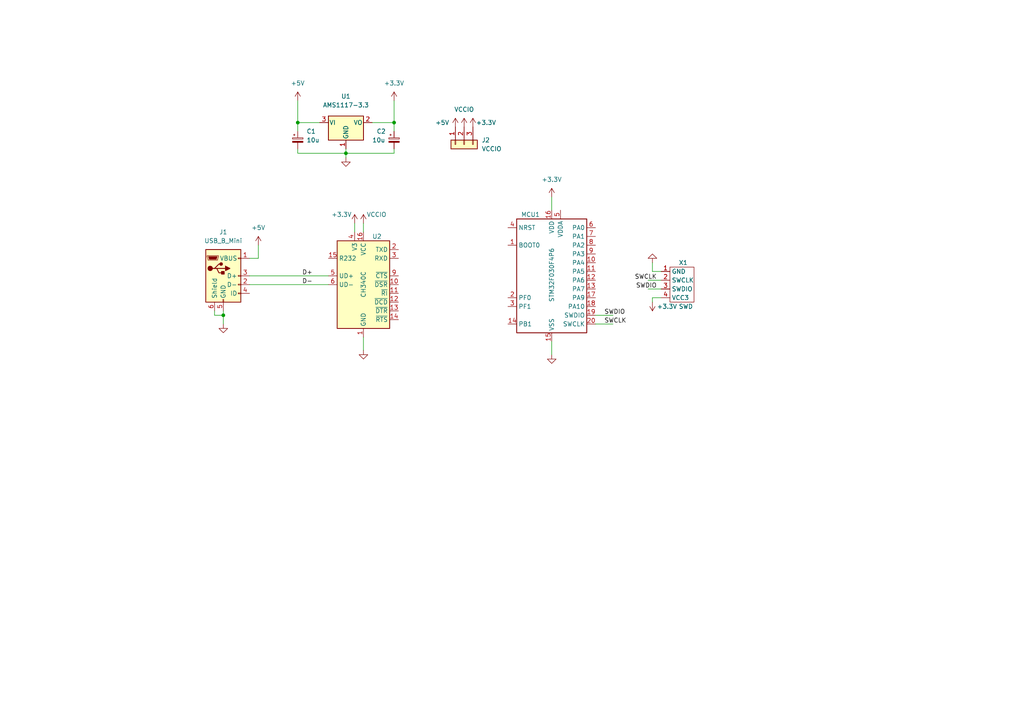
<source format=kicad_sch>
(kicad_sch (version 20211123) (generator eeschema)
  (paper "A4")
  (lib_symbols
    (symbol "Connector_Generic:Conn_01x03" (pin_names (offset 1.016) hide)
      (property "Reference" "J" (at 0 5.08 0))
      (property "Value" "Conn_01x03" (at 0 -5.08 0))
      (symbol "Conn_01x03_1_1"
        (rectangle (start -1.27 -2.413) (end 0 -2.667) (stroke (width 0.1524)))
        (rectangle (start -1.27 0.127) (end 0 -0.127) (stroke (width 0.1524)))
        (rectangle (start -1.27 2.667) (end 0 2.413) (stroke (width 0.1524)))
        (rectangle (start -1.27 3.81) (end 1.27 -3.81) (stroke (width 0.254)) (fill (type background)))
        (pin passive line (at -5.08 2.54 0) (length 3.81) (name "Pin_1") (number "1"))
        (pin passive line (at -5.08 0 0) (length 3.81) (name "Pin_2") (number "2"))
        (pin passive line (at -5.08 -2.54 0) (length 3.81) (name "Pin_3") (number "3"))
      )
    )
    (symbol "Regulator_Linear:AMS1117-3.3" (pin_names (offset 0.254))
      (property "Reference" "U" (at -3.81 3.175 0))
      (property "Value" "AMS1117-3.3" (at 0 3.175 0))
      (symbol "AMS1117-3.3_0_1"
        (rectangle (start -5.08 -5.08) (end 5.08 1.905) (stroke (width 0.254)) (fill (type background)))
      )
      (symbol "AMS1117-3.3_1_1"
        (pin power_in line (at 0 -7.62 90) (length 2.54) (name "GND") (number "1"))
        (pin power_out line (at 7.62 0 180) (length 2.54) (name "VO") (number "2"))
        (pin power_in line (at -7.62 0 0) (length 2.54) (name "VI") (number "3"))
      )
    )
    (symbol "connector:SWD"
      (property "Reference" "X?" (at -1.27 6.35 0))
      (property "Value" "SWD" (at -1.27 -6.35 0))
      (symbol "SWD_0_1"
        (rectangle (start -4.445 5.08) (end 2.54 -5.08))
      )
      (symbol "SWD_1_1"
        (pin power_in line (at 5.08 3.81 180) (length 2.54) (name "GND") (number "1"))
        (pin bidirectional line (at 5.08 1.27 180) (length 2.54) (name "SWCLK") (number "2"))
        (pin input line (at 5.08 -1.27 180) (length 2.54) (name "SWDIO") (number "3"))
        (pin power_in line (at 5.08 -3.81 180) (length 2.54) (name "VCC3") (number "4"))
      )
    )
    (symbol "connector:USB_B_Mini" (pin_names (offset 1.016))
      (property "Reference" "J" (at -5.08 11.43 0))
      (property "Value" "USB_B_Mini" (at -5.08 8.89 0))
      (symbol "USB_B_Mini_0_1"
        (rectangle (start -5.08 -7.62) (end 5.08 7.62) (stroke (width 0.254)) (fill (type background)))
        (circle (center -3.81 2.159) (radius 0.635) (stroke (width 0.254)) (fill (type outline)))
        (circle (center -0.635 3.429) (radius 0.381) (stroke (width 0.254)) (fill (type outline)))
        (rectangle (start -0.127 -7.62) (end 0.127 -6.858))
        (polyline (pts (xy -1.905 2.159) (xy 0.635 2.159)) (stroke (width 0.254)))
        (polyline (pts (xy -3.175 2.159) (xy -2.54 2.159) (xy -1.27 3.429) (xy -0.635 3.429)) (stroke (width 0.254)))
        (polyline (pts (xy -2.54 2.159) (xy -1.905 2.159) (xy -1.27 0.889) (xy 0 0.889)) (stroke (width 0.254)))
        (polyline (pts (xy 0.635 2.794) (xy 0.635 1.524) (xy 1.905 2.159) (xy 0.635 2.794)) (stroke (width 0.254)) (fill (type outline)))
        (polyline (pts (xy -4.318 5.588) (xy -1.778 5.588) (xy -2.032 4.826) (xy -4.064 4.826) (xy -4.318 5.588)) (fill (type outline)))
        (polyline (pts (xy -4.699 5.842) (xy -4.699 5.588) (xy -4.445 4.826) (xy -4.445 4.572) (xy -1.651 4.572) (xy -1.651 4.826) (xy -1.397 5.588) (xy -1.397 5.842) (xy -4.699 5.842)))
        (rectangle (start 0.254 1.27) (end -0.508 0.508) (stroke (width 0.254)) (fill (type outline)))
        (rectangle (start 5.08 -5.207) (end 4.318 -4.953))
        (rectangle (start 5.08 -2.667) (end 4.318 -2.413))
        (rectangle (start 5.08 -0.127) (end 4.318 0.127))
        (rectangle (start 5.08 4.953) (end 4.318 5.207))
      )
      (symbol "USB_B_Mini_1_1"
        (pin power_out line (at 7.62 5.08 180) (length 2.54) (name "VBUS") (number "1"))
        (pin bidirectional line (at 7.62 -2.54 180) (length 2.54) (name "D-") (number "2"))
        (pin bidirectional line (at 7.62 0 180) (length 2.54) (name "D+") (number "3"))
        (pin passive line (at 7.62 -5.08 180) (length 2.54) (name "ID") (number "4"))
        (pin power_out line (at 0 -10.16 90) (length 2.54) (name "GND") (number "5"))
        (pin passive line (at -2.54 -10.16 90) (length 2.54) (name "Shield") (number "6"))
      )
    )
    (symbol "ic:CH340C"
      (property "Reference" "U" (at -5.08 13.97 0))
      (property "Value" "CH340C" (at 1.27 13.97 0))
      (symbol "CH340C_0_1"
        (rectangle (start -7.62 12.7) (end 7.62 -12.7) (stroke (width 0.254)) (fill (type background)))
      )
      (symbol "CH340C_1_1"
        (pin power_in line (at 0 -15.24 90) (length 2.54) (name "GND") (number "1"))
        (pin input line (at 10.16 0 180) (length 2.54) (name "~{DSR}") (number "10"))
        (pin input line (at 10.16 -2.54 180) (length 2.54) (name "~{RI}") (number "11"))
        (pin input line (at 10.16 -5.08 180) (length 2.54) (name "~{DCD}") (number "12"))
        (pin output line (at 10.16 -7.62 180) (length 2.54) (name "~{DTR}") (number "13"))
        (pin output line (at 10.16 -10.16 180) (length 2.54) (name "~{RTS}") (number "14"))
        (pin input line (at -10.16 7.62 0) (length 2.54) (name "R232") (number "15"))
        (pin power_in line (at 0 15.24 270) (length 2.54) (name "VCC") (number "16"))
        (pin output line (at 10.16 10.16 180) (length 2.54) (name "TXD") (number "2"))
        (pin input line (at 10.16 7.62 180) (length 2.54) (name "RXD") (number "3"))
        (pin passive line (at -2.54 15.24 270) (length 2.54) (name "V3") (number "4"))
        (pin bidirectional line (at -10.16 2.54 0) (length 2.54) (name "UD+") (number "5"))
        (pin bidirectional line (at -10.16 0 0) (length 2.54) (name "UD-") (number "6"))
        (pin no_connect line (at -7.62 -7.62 0) (length 2.54) hide (name "NC") (number "7"))
        (pin no_connect line (at -7.62 -10.16 0) (length 2.54) hide (name "NC") (number "8"))
        (pin input line (at 10.16 2.54 180) (length 2.54) (name "~{CTS}") (number "9"))
      )
    )
    (symbol "passive:CP" (pin_numbers hide) (pin_names (offset 0.254) hide)
      (property "Reference" "C" (at 0.254 1.778 0))
      (property "Value" "CP" (at 0.254 -2.032 0))
      (symbol "CP_0_1"
        (rectangle (start -1.524 -0.3048) (end 1.524 -0.6858) (fill (type outline)))
        (rectangle (start -1.524 0.6858) (end 1.524 0.3048))
        (polyline (pts (xy -1.27 1.524) (xy -0.762 1.524)))
        (polyline (pts (xy -1.016 1.27) (xy -1.016 1.778)))
      )
      (symbol "CP_1_1"
        (pin passive line (at 0 2.54 270) (length 1.8542) (name "~") (number "1"))
        (pin passive line (at 0 -2.54 90) (length 1.8542) (name "~") (number "2"))
      )
    )
    (symbol "power:GND" (power) (pin_names (offset 0))
      (symbol "GND_0_1"
        (polyline (pts (xy 0 0) (xy 0 -1.27) (xy 1.27 -1.27) (xy 0 -2.54) (xy -1.27 -1.27) (xy 0 -1.27)))
      )
      (symbol "GND_1_1"
        (pin power_in line (at 0 0 270) (length 0) hide (name "GND") (number "1"))
      )
    )
    (symbol "power:VCC3" (power) (pin_names (offset 0))
      (property "Value" "VCC3" (at 0 3.556 0))
      (symbol "VCC3_0_1"
        (polyline (pts (xy -0.762 1.27) (xy 0 2.54)))
        (polyline (pts (xy 0 0) (xy 0 2.54)))
        (polyline (pts (xy 0 2.54) (xy 0.762 1.27)))
      )
      (symbol "VCC3_1_1"
        (pin power_in line (at 0 0 90) (length 0) hide (name "+3.3V") (number "1"))
      )
    )
    (symbol "power:VCC5" (power) (pin_names (offset 0))
      (property "Value" "VCC5" (at 0 3.556 0))
      (symbol "VCC5_0_1"
        (polyline (pts (xy -0.762 1.27) (xy 0 2.54)))
        (polyline (pts (xy 0 0) (xy 0 2.54)))
        (polyline (pts (xy 0 2.54) (xy 0.762 1.27)))
      )
      (symbol "VCC5_1_1"
        (pin power_in line (at 0 0 90) (length 0) hide (name "+5V") (number "1"))
      )
    )
    (symbol "power:VCCIO" (power) (pin_names (offset 0))
      (property "Value" "VCCIO" (at 0 3.81 0))
      (symbol "VCCIO_0_1"
        (polyline (pts (xy -0.762 1.27) (xy 0 2.54)))
        (polyline (pts (xy 0 0) (xy 0 2.54)))
        (polyline (pts (xy 0 2.54) (xy 0.762 1.27)))
      )
      (symbol "VCCIO_1_1"
        (pin power_in line (at 0 0 90) (length 0) hide (name "VCCIO") (number "1"))
      )
    )
    (symbol "stm32:STM32F030F4P6"
      (property "Reference" "MCU1" (at -7.62 17.78 0))
      (property "Value" "STM32F030F4P6" (at 2.54 -20.32 0))
      (symbol "STM32F030F4P6_0_1"
        (rectangle (start -10.16 -17.78) (end 10.16 15.24) (stroke (width 0.254)))
      )
      (symbol "STM32F030F4P6_1_1"
        (pin input line (at -12.7 7.62 0) (length 2.54) (name "BOOT0") (number "1"))
        (pin bidirectional line (at 12.7 2.54 180) (length 2.54) (name "PA4") (number "10"))
        (pin bidirectional line (at 12.7 0 180) (length 2.54) (name "PA5") (number "11"))
        (pin bidirectional line (at 12.7 -2.54 180) (length 2.54) (name "PA6") (number "12"))
        (pin bidirectional line (at 12.7 -5.08 180) (length 2.54) (name "PA7") (number "13"))
        (pin bidirectional line (at -12.7 -15.24 0) (length 2.54) (name "PB1") (number "14"))
        (pin power_in line (at 0 -20.32 90) (length 2.54) (name "VSS") (number "15"))
        (pin power_in line (at 0 17.78 270) (length 2.54) (name "VDD") (number "16"))
        (pin bidirectional line (at 12.7 -7.62 180) (length 2.54) (name "PA9") (number "17"))
        (pin bidirectional line (at 12.7 -10.16 180) (length 2.54) (name "PA10") (number "18"))
        (pin bidirectional line (at 12.7 -12.7 180) (length 2.54) (name "SWDIO") (number "19"))
        (pin input line (at -12.7 -7.62 0) (length 2.54) (name "PF0") (number "2"))
        (pin bidirectional line (at 12.7 -15.24 180) (length 2.54) (name "SWCLK") (number "20"))
        (pin input line (at -12.7 -10.16 0) (length 2.54) (name "PF1") (number "3"))
        (pin input line (at -12.7 12.7 0) (length 2.54) (name "NRST") (number "4"))
        (pin power_in line (at 2.54 17.78 270) (length 2.54) (name "VDDA") (number "5"))
        (pin bidirectional line (at 12.7 12.7 180) (length 2.54) (name "PA0") (number "6"))
        (pin bidirectional line (at 12.7 10.16 180) (length 2.54) (name "PA1") (number "7"))
        (pin bidirectional line (at 12.7 7.62 180) (length 2.54) (name "PA2") (number "8"))
        (pin bidirectional line (at 12.7 5.08 180) (length 2.54) (name "PA3") (number "9"))
      )
    )
  )
  (junction (at 64.77 91.44))
  (junction (at 100.33 44.45))
  (junction (at 86.36 35.56))
  (junction (at 114.3 35.56))
  (wire (pts (xy 114.3 29.21) (xy 114.3 35.56)))
  (wire (pts (xy 189.23 78.74) (xy 191.77 78.74)))
  (wire (pts (xy 187.96 81.28) (xy 191.77 81.28)))
  (wire (pts (xy 105.41 64.77) (xy 105.41 67.31)))
  (wire (pts (xy 86.36 44.45) (xy 100.33 44.45)))
  (wire (pts (xy 189.23 76.2) (xy 189.23 78.74)))
  (wire (pts (xy 102.87 64.77) (xy 102.87 67.31)))
  (wire (pts (xy 86.36 35.56) (xy 86.36 29.21)))
  (wire (pts (xy 191.77 86.36) (xy 189.23 86.36)))
  (wire (pts (xy 114.3 43.18) (xy 114.3 44.45)))
  (wire (pts (xy 64.77 91.44) (xy 64.77 93.98)))
  (wire (pts (xy 72.39 82.55) (xy 95.25 82.55)))
  (wire (pts (xy 114.3 44.45) (xy 100.33 44.45)))
  (wire (pts (xy 160.02 99.06) (xy 160.02 102.87)))
  (wire (pts (xy 114.3 35.56) (xy 114.3 38.1)))
  (wire (pts (xy 74.93 74.93) (xy 72.39 74.93)))
  (wire (pts (xy 100.33 44.45) (xy 100.33 45.72)))
  (wire (pts (xy 105.41 97.79) (xy 105.41 101.6)))
  (wire (pts (xy 74.93 71.12) (xy 74.93 74.93)))
  (wire (pts (xy 64.77 90.17) (xy 64.77 91.44)))
  (wire (pts (xy 86.36 35.56) (xy 92.71 35.56)))
  (wire (pts (xy 86.36 35.56) (xy 86.36 38.1)))
  (wire (pts (xy 172.72 93.98) (xy 177.8 93.98)))
  (wire (pts (xy 160.02 57.15) (xy 160.02 60.96)))
  (wire (pts (xy 189.23 86.36) (xy 189.23 87.63)))
  (wire (pts (xy 100.33 43.18) (xy 100.33 44.45)))
  (wire (pts (xy 62.23 91.44) (xy 64.77 91.44)))
  (wire (pts (xy 72.39 80.01) (xy 95.25 80.01)))
  (wire (pts (xy 187.96 83.82) (xy 191.77 83.82)))
  (wire (pts (xy 62.23 90.17) (xy 62.23 91.44)))
  (wire (pts (xy 86.36 43.18) (xy 86.36 44.45)))
  (wire (pts (xy 172.72 91.44) (xy 177.8 91.44)))
  (wire (pts (xy 107.95 35.56) (xy 114.3 35.56)))
  (label "D+" (at 87.63 80.01 0))
  (label "SWCLK" (at 175.26 93.98 0))
  (label "SWDIO" (at 190.5 83.82 180))
  (label "SWDIO" (at 175.26 91.44 0))
  (label "D-" (at 87.63 82.55 0))
  (label "SWCLK" (at 190.5 81.28 180))
  (symbol (lib_id "power:GND") (at 189.23 76.2 180) (unit 1)
    (property "Reference" "#PWR0109" (effects hide))
    (property "Value" "GND" (effects hide))
  )
  (symbol (lib_id "power:GND") (at 64.77 93.98 0) (unit 1)
    (property "Reference" "#PWR0114" (effects hide))
    (property "Value" "GND" (effects hide))
  )
  (symbol (lib_id "connector:SWD") (at 196.85 82.55 0) (mirror y) (unit 1)
    (property "Reference" "X1" (at 196.85 76.2 0) (effects (justify right)))
    (property "Value" "SWD" (at 196.85 88.9 0) (effects (justify right)))
    (property "Footprint" "connector:SWD_R" (effects hide))
  )
  (symbol (lib_id "ic:CH340C") (at 105.41 82.55 0) (unit 1)
    (property "Reference" "U2" (at 107.95 68.58 0) (effects (justify left)))
    (property "Value" "CH340C" (at 105.41 86.36 90) (effects (justify left)))
    (property "Footprint" "Package_SO:SOP-16_3.9x9.9mm_P1.27mm" (effects hide))
    (property "Datasheet" "https://static.chipdip.ru/lib/375/DOC030375417.pdf" (effects hide))
  )
  (symbol (lib_id "power:GND") (at 100.33 45.72 0) (unit 1)
    (property "Reference" "#PWR0104" (effects hide))
    (property "Value" "GND" (effects hide))
  )
  (symbol (lib_id "power:VCCIO") (at 105.41 64.77 0) (unit 1)
    (property "Reference" "#PWR0103" (effects hide))
    (property "Value" "VCCIO" (at 109.22 62.23 0))
  )
  (symbol (lib_id "passive:CP") (at 86.36 40.64 0) (unit 1)
    (property "Reference" "C1" (at 88.9 38.1 0) (effects (justify left)))
    (property "Value" "10u" (at 88.9 40.64 0) (effects (justify left)))
    (property "Footprint" "smd:C_1206" (effects hide))
  )
  (symbol (lib_id "power:VCC3") (at 102.87 64.77 0) (unit 1)
    (property "Reference" "#PWR0102" (effects hide))
    (property "Value" "VCC3" (at 99.06 62.23 0))
  )
  (symbol (lib_id "power:GND") (at 160.02 102.87 0) (unit 1)
    (property "Reference" "#PWR0112" (effects hide))
    (property "Value" "GND" (effects hide))
  )
  (symbol (lib_id "power:VCCIO") (at 134.62 36.83 0) (unit 1)
    (property "Reference" "#PWR0108" (effects hide))
    (property "Value" "VCCIO" (at 134.62 31.75 0))
  )
  (symbol (lib_id "power:VCC3") (at 160.02 57.15 0) (unit 1)
    (property "Reference" "#PWR0110" (effects hide))
    (property "Value" "VCC3" (at 160.02 52.07 0))
  )
  (symbol (lib_id "passive:CP") (at 114.3 40.64 0) (unit 1)
    (property "Reference" "C2" (at 109.22 38.1 0) (effects (justify left)))
    (property "Value" "10u" (at 107.95 40.64 0) (effects (justify left)))
    (property "Footprint" "smd:C_1206" (effects hide))
  )
  (symbol (lib_id "connector:USB_B_Mini") (at 64.77 80.01 0) (unit 1)
    (property "Reference" "J1" (at 64.77 67.31 0))
    (property "Value" "USB_B_Mini" (at 64.77 69.85 0))
    (property "Footprint" "connector:USB_Mini-B_DS1104" (effects hide))
  )
  (symbol (lib_id "stm32:STM32F030F4P6") (at 160.02 78.74 0) (unit 1)
    (property "Reference" "MCU1" (at 151.13 62.23 0) (effects (justify left)))
    (property "Value" "STM32F030F4P6" (at 160.02 87.63 90) (effects (justify left)))
    (property "Footprint" "Package_SO:TSSOP-20_4.4x6.5mm_P0.65mm" (effects hide))
    (property "Datasheet" "http://www.st.com/st-web-ui/static/active/en/resource/technical/document/datasheet/DM00088500.pdf" (effects hide))
  )
  (symbol (lib_id "power:VCC3") (at 189.23 87.63 180) (unit 1)
    (property "Reference" "#PWR0111" (effects hide))
    (property "Value" "VCC3" (at 190.5 88.9 0) (effects (justify right)))
  )
  (symbol (lib_id "Connector_Generic:Conn_01x03") (at 134.62 41.91 90) (mirror x) (unit 1)
    (property "Reference" "J2" (at 139.7 40.6399 90) (effects (justify right)))
    (property "Value" "VCCIO" (at 139.7 43.1799 90) (effects (justify right)))
    (property "Footprint" "connector:PinHeader_1x03_P2.54mm_Vertical" (effects hide))
  )
  (symbol (lib_id "power:VCC3") (at 137.16 36.83 0) (unit 1)
    (property "Reference" "#PWR0107" (effects hide))
    (property "Value" "VCC3" (at 140.97 35.56 0))
  )
  (symbol (lib_id "power:VCC3") (at 114.3 29.21 0) (unit 1)
    (property "Reference" "#PWR0105" (effects hide))
    (property "Value" "VCC3" (at 114.3 24.13 0))
  )
  (symbol (lib_id "power:VCC5") (at 132.08 36.83 0) (unit 1)
    (property "Reference" "#PWR0106" (effects hide))
    (property "Value" "VCC5" (at 128.27 35.56 0))
  )
  (symbol (lib_id "power:GND") (at 105.41 101.6 0) (unit 1)
    (property "Reference" "#PWR0101" (effects hide))
    (property "Value" "GND" (effects hide))
  )
  (symbol (lib_id "power:VCC5") (at 74.93 71.12 0) (unit 1)
    (property "Reference" "#PWR0113" (effects hide))
    (property "Value" "VCC5" (at 74.93 66.04 0))
  )
  (symbol (lib_id "Regulator_Linear:AMS1117-3.3") (at 100.33 35.56 0) (unit 1)
    (property "Reference" "U1" (at 100.33 27.94 0))
    (property "Value" "AMS1117-3.3" (at 100.33 30.48 0))
    (property "Footprint" "Package_TO_SOT_SMD:SOT-223-3_TabPin2" (effects hide))
    (property "Datasheet" "http://www.advanced-monolithic.com/pdf/ds1117.pdf" (effects hide))
  )
  (symbol (lib_id "power:VCC5") (at 86.36 29.21 0) (unit 1)
    (property "Reference" "#PWR0115" (effects hide))
    (property "Value" "VCC5" (at 86.36 24.13 0))
  )
)
</source>
